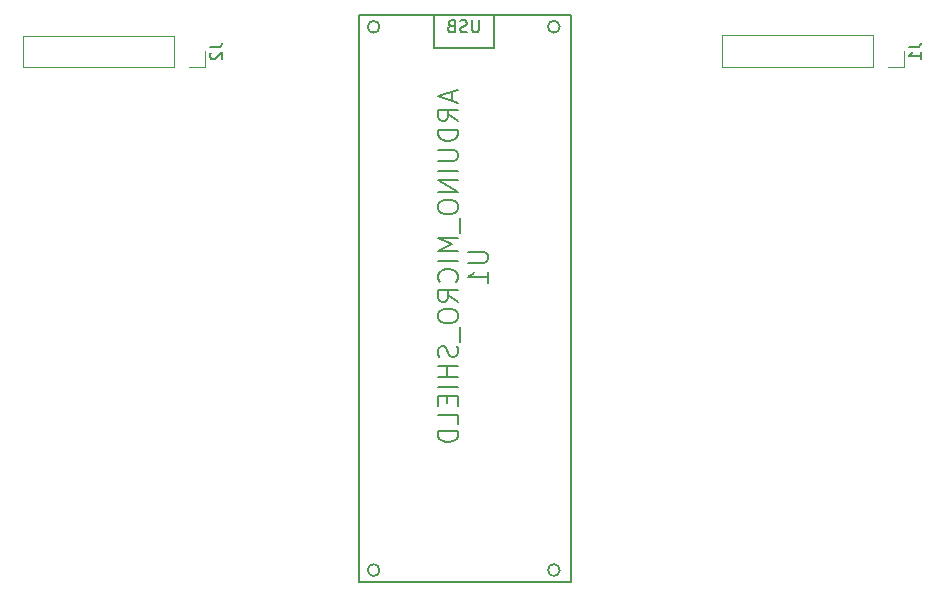
<source format=gbr>
%TF.GenerationSoftware,KiCad,Pcbnew,(6.0.2)*%
%TF.CreationDate,2022-03-08T19:53:29+01:00*%
%TF.ProjectId,numPAD_MCU,6e756d50-4144-45f4-9d43-552e6b696361,rev?*%
%TF.SameCoordinates,Original*%
%TF.FileFunction,Legend,Bot*%
%TF.FilePolarity,Positive*%
%FSLAX46Y46*%
G04 Gerber Fmt 4.6, Leading zero omitted, Abs format (unit mm)*
G04 Created by KiCad (PCBNEW (6.0.2)) date 2022-03-08 19:53:29*
%MOMM*%
%LPD*%
G01*
G04 APERTURE LIST*
%ADD10C,0.150000*%
%ADD11C,0.120000*%
G04 APERTURE END LIST*
D10*
%TO.C,J2*%
X124982380Y-76166666D02*
X125696666Y-76166666D01*
X125839523Y-76119047D01*
X125934761Y-76023809D01*
X125982380Y-75880952D01*
X125982380Y-75785714D01*
X125077619Y-76595238D02*
X125030000Y-76642857D01*
X124982380Y-76738095D01*
X124982380Y-76976190D01*
X125030000Y-77071428D01*
X125077619Y-77119047D01*
X125172857Y-77166666D01*
X125268095Y-77166666D01*
X125410952Y-77119047D01*
X125982380Y-76547619D01*
X125982380Y-77166666D01*
%TO.C,U1*%
X146816547Y-93450261D02*
X148192738Y-93450261D01*
X148354642Y-93531214D01*
X148435595Y-93612166D01*
X148516547Y-93774071D01*
X148516547Y-94097880D01*
X148435595Y-94259785D01*
X148354642Y-94340738D01*
X148192738Y-94421690D01*
X146816547Y-94421690D01*
X148516547Y-96121690D02*
X148516547Y-95150261D01*
X148516547Y-95635976D02*
X146816547Y-95635976D01*
X147059404Y-95474071D01*
X147221309Y-95312166D01*
X147302261Y-95150261D01*
X145490833Y-79890738D02*
X145490833Y-80700261D01*
X145976547Y-79728833D02*
X144276547Y-80295500D01*
X145976547Y-80862166D01*
X145976547Y-82400261D02*
X145167023Y-81833595D01*
X145976547Y-81428833D02*
X144276547Y-81428833D01*
X144276547Y-82076452D01*
X144357500Y-82238357D01*
X144438452Y-82319309D01*
X144600357Y-82400261D01*
X144843214Y-82400261D01*
X145005119Y-82319309D01*
X145086071Y-82238357D01*
X145167023Y-82076452D01*
X145167023Y-81428833D01*
X145976547Y-83128833D02*
X144276547Y-83128833D01*
X144276547Y-83533595D01*
X144357500Y-83776452D01*
X144519404Y-83938357D01*
X144681309Y-84019309D01*
X145005119Y-84100261D01*
X145247976Y-84100261D01*
X145571785Y-84019309D01*
X145733690Y-83938357D01*
X145895595Y-83776452D01*
X145976547Y-83533595D01*
X145976547Y-83128833D01*
X144276547Y-84828833D02*
X145652738Y-84828833D01*
X145814642Y-84909785D01*
X145895595Y-84990738D01*
X145976547Y-85152642D01*
X145976547Y-85476452D01*
X145895595Y-85638357D01*
X145814642Y-85719309D01*
X145652738Y-85800261D01*
X144276547Y-85800261D01*
X145976547Y-86609785D02*
X144276547Y-86609785D01*
X145976547Y-87419309D02*
X144276547Y-87419309D01*
X145976547Y-88390738D01*
X144276547Y-88390738D01*
X144276547Y-89524071D02*
X144276547Y-89847880D01*
X144357500Y-90009785D01*
X144519404Y-90171690D01*
X144843214Y-90252642D01*
X145409880Y-90252642D01*
X145733690Y-90171690D01*
X145895595Y-90009785D01*
X145976547Y-89847880D01*
X145976547Y-89524071D01*
X145895595Y-89362166D01*
X145733690Y-89200261D01*
X145409880Y-89119309D01*
X144843214Y-89119309D01*
X144519404Y-89200261D01*
X144357500Y-89362166D01*
X144276547Y-89524071D01*
X146138452Y-90576452D02*
X146138452Y-91871690D01*
X145976547Y-92276452D02*
X144276547Y-92276452D01*
X145490833Y-92843119D01*
X144276547Y-93409785D01*
X145976547Y-93409785D01*
X145976547Y-94219309D02*
X144276547Y-94219309D01*
X145814642Y-96000261D02*
X145895595Y-95919309D01*
X145976547Y-95676452D01*
X145976547Y-95514547D01*
X145895595Y-95271690D01*
X145733690Y-95109785D01*
X145571785Y-95028833D01*
X145247976Y-94947880D01*
X145005119Y-94947880D01*
X144681309Y-95028833D01*
X144519404Y-95109785D01*
X144357500Y-95271690D01*
X144276547Y-95514547D01*
X144276547Y-95676452D01*
X144357500Y-95919309D01*
X144438452Y-96000261D01*
X145976547Y-97700261D02*
X145167023Y-97133595D01*
X145976547Y-96728833D02*
X144276547Y-96728833D01*
X144276547Y-97376452D01*
X144357500Y-97538357D01*
X144438452Y-97619309D01*
X144600357Y-97700261D01*
X144843214Y-97700261D01*
X145005119Y-97619309D01*
X145086071Y-97538357D01*
X145167023Y-97376452D01*
X145167023Y-96728833D01*
X144276547Y-98752642D02*
X144276547Y-99076452D01*
X144357500Y-99238357D01*
X144519404Y-99400261D01*
X144843214Y-99481214D01*
X145409880Y-99481214D01*
X145733690Y-99400261D01*
X145895595Y-99238357D01*
X145976547Y-99076452D01*
X145976547Y-98752642D01*
X145895595Y-98590738D01*
X145733690Y-98428833D01*
X145409880Y-98347880D01*
X144843214Y-98347880D01*
X144519404Y-98428833D01*
X144357500Y-98590738D01*
X144276547Y-98752642D01*
X146138452Y-99805023D02*
X146138452Y-101100261D01*
X145895595Y-101424071D02*
X145976547Y-101666928D01*
X145976547Y-102071690D01*
X145895595Y-102233595D01*
X145814642Y-102314547D01*
X145652738Y-102395500D01*
X145490833Y-102395500D01*
X145328928Y-102314547D01*
X145247976Y-102233595D01*
X145167023Y-102071690D01*
X145086071Y-101747880D01*
X145005119Y-101585976D01*
X144924166Y-101505023D01*
X144762261Y-101424071D01*
X144600357Y-101424071D01*
X144438452Y-101505023D01*
X144357500Y-101585976D01*
X144276547Y-101747880D01*
X144276547Y-102152642D01*
X144357500Y-102395500D01*
X145976547Y-103124071D02*
X144276547Y-103124071D01*
X145086071Y-103124071D02*
X145086071Y-104095500D01*
X145976547Y-104095500D02*
X144276547Y-104095500D01*
X145976547Y-104905023D02*
X144276547Y-104905023D01*
X145086071Y-105714547D02*
X145086071Y-106281214D01*
X145976547Y-106524071D02*
X145976547Y-105714547D01*
X144276547Y-105714547D01*
X144276547Y-106524071D01*
X145976547Y-108062166D02*
X145976547Y-107252642D01*
X144276547Y-107252642D01*
X145976547Y-108628833D02*
X144276547Y-108628833D01*
X144276547Y-109033595D01*
X144357500Y-109276452D01*
X144519404Y-109438357D01*
X144681309Y-109519309D01*
X145005119Y-109600261D01*
X145247976Y-109600261D01*
X145571785Y-109519309D01*
X145733690Y-109438357D01*
X145895595Y-109276452D01*
X145976547Y-109033595D01*
X145976547Y-108628833D01*
X147739404Y-73877880D02*
X147739404Y-74687404D01*
X147691785Y-74782642D01*
X147644166Y-74830261D01*
X147548928Y-74877880D01*
X147358452Y-74877880D01*
X147263214Y-74830261D01*
X147215595Y-74782642D01*
X147167976Y-74687404D01*
X147167976Y-73877880D01*
X146739404Y-74830261D02*
X146596547Y-74877880D01*
X146358452Y-74877880D01*
X146263214Y-74830261D01*
X146215595Y-74782642D01*
X146167976Y-74687404D01*
X146167976Y-74592166D01*
X146215595Y-74496928D01*
X146263214Y-74449309D01*
X146358452Y-74401690D01*
X146548928Y-74354071D01*
X146644166Y-74306452D01*
X146691785Y-74258833D01*
X146739404Y-74163595D01*
X146739404Y-74068357D01*
X146691785Y-73973119D01*
X146644166Y-73925500D01*
X146548928Y-73877880D01*
X146310833Y-73877880D01*
X146167976Y-73925500D01*
X145406071Y-74354071D02*
X145263214Y-74401690D01*
X145215595Y-74449309D01*
X145167976Y-74544547D01*
X145167976Y-74687404D01*
X145215595Y-74782642D01*
X145263214Y-74830261D01*
X145358452Y-74877880D01*
X145739404Y-74877880D01*
X145739404Y-73877880D01*
X145406071Y-73877880D01*
X145310833Y-73925500D01*
X145263214Y-73973119D01*
X145215595Y-74068357D01*
X145215595Y-74163595D01*
X145263214Y-74258833D01*
X145310833Y-74306452D01*
X145406071Y-74354071D01*
X145739404Y-74354071D01*
%TO.C,J1*%
X184157380Y-76141666D02*
X184871666Y-76141666D01*
X185014523Y-76094047D01*
X185109761Y-75998809D01*
X185157380Y-75855952D01*
X185157380Y-75760714D01*
X185157380Y-77141666D02*
X185157380Y-76570238D01*
X185157380Y-76855952D02*
X184157380Y-76855952D01*
X184300238Y-76760714D01*
X184395476Y-76665476D01*
X184443095Y-76570238D01*
D11*
%TO.C,J2*%
X123200000Y-77830000D02*
X124530000Y-77830000D01*
X109170000Y-77830000D02*
X109170000Y-75170000D01*
X121930000Y-77830000D02*
X121930000Y-75170000D01*
X124530000Y-77830000D02*
X124530000Y-76500000D01*
X121930000Y-77830000D02*
X109170000Y-77830000D01*
X121930000Y-75170000D02*
X109170000Y-75170000D01*
D10*
%TO.C,U1*%
X155587500Y-121415500D02*
X155587500Y-73415500D01*
X149017500Y-76203500D02*
X149017500Y-73409500D01*
X137587500Y-73415500D02*
X137587500Y-121415500D01*
X137587500Y-121415500D02*
X155587500Y-121415500D01*
X143937500Y-76203500D02*
X149017500Y-76203500D01*
X155587500Y-73415500D02*
X137587500Y-73415500D01*
X143937500Y-73409500D02*
X143937500Y-76203500D01*
X154597500Y-120415500D02*
G75*
G03*
X154597500Y-120415500I-500000J0D01*
G01*
X139341500Y-120415500D02*
G75*
G03*
X139341500Y-120415500I-500000J0D01*
G01*
X139341500Y-74415500D02*
G75*
G03*
X139341500Y-74415500I-500000J0D01*
G01*
X154597500Y-74415500D02*
G75*
G03*
X154597500Y-74415500I-500000J0D01*
G01*
D11*
%TO.C,J1*%
X181105000Y-77805000D02*
X181105000Y-75145000D01*
X183705000Y-77805000D02*
X183705000Y-76475000D01*
X181105000Y-77805000D02*
X168345000Y-77805000D01*
X168345000Y-77805000D02*
X168345000Y-75145000D01*
X182375000Y-77805000D02*
X183705000Y-77805000D01*
X181105000Y-75145000D02*
X168345000Y-75145000D01*
%TD*%
M02*

</source>
